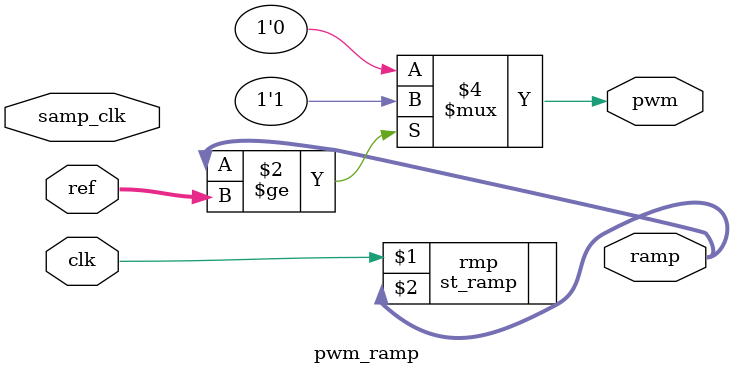
<source format=v>
`include "st_ramp.v"
module pwm_ramp(input samp_clk, clk, input [7:0]ref, output reg pwm, output [7:0] ramp);
st_ramp rmp(clk, ramp);
always@(samp_clk) begin
    if (ramp >= ref)
        pwm <= 1'b1;
    else pwm <= 1'b0;
end
endmodule
</source>
